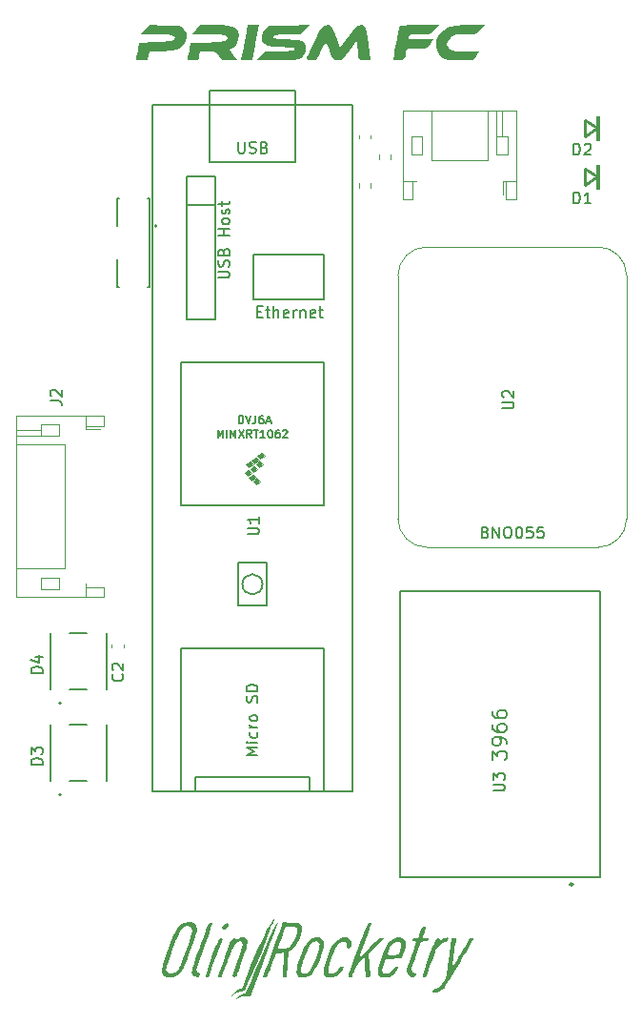
<source format=gbr>
%TF.GenerationSoftware,KiCad,Pcbnew,(6.0.7)*%
%TF.CreationDate,2023-04-01T23:58:30-04:00*%
%TF.ProjectId,board_one_teensy_22,626f6172-645f-46f6-9e65-5f7465656e73,rev?*%
%TF.SameCoordinates,Original*%
%TF.FileFunction,Legend,Top*%
%TF.FilePolarity,Positive*%
%FSLAX46Y46*%
G04 Gerber Fmt 4.6, Leading zero omitted, Abs format (unit mm)*
G04 Created by KiCad (PCBNEW (6.0.7)) date 2023-04-01 23:58:30*
%MOMM*%
%LPD*%
G01*
G04 APERTURE LIST*
%ADD10C,0.150000*%
%ADD11C,0.300000*%
%ADD12C,0.120000*%
%ADD13C,0.250000*%
%ADD14C,0.254000*%
%ADD15C,0.010000*%
%ADD16C,0.127000*%
%ADD17C,0.200000*%
%ADD18C,0.100000*%
G04 APERTURE END LIST*
D10*
%TO.C,U3*%
X153884380Y-119806404D02*
X154693904Y-119806404D01*
X154789142Y-119758785D01*
X154836761Y-119711166D01*
X154884380Y-119615928D01*
X154884380Y-119425452D01*
X154836761Y-119330214D01*
X154789142Y-119282595D01*
X154693904Y-119234976D01*
X153884380Y-119234976D01*
X153884380Y-118854023D02*
X153884380Y-118234976D01*
X154265333Y-118568309D01*
X154265333Y-118425452D01*
X154312952Y-118330214D01*
X154360571Y-118282595D01*
X154455809Y-118234976D01*
X154693904Y-118234976D01*
X154789142Y-118282595D01*
X154836761Y-118330214D01*
X154884380Y-118425452D01*
X154884380Y-118711166D01*
X154836761Y-118806404D01*
X154789142Y-118854023D01*
X153784523Y-117047619D02*
X153784523Y-116261428D01*
X154268333Y-116684761D01*
X154268333Y-116503333D01*
X154328809Y-116382380D01*
X154389285Y-116321904D01*
X154510238Y-116261428D01*
X154812619Y-116261428D01*
X154933571Y-116321904D01*
X154994047Y-116382380D01*
X155054523Y-116503333D01*
X155054523Y-116866190D01*
X154994047Y-116987142D01*
X154933571Y-117047619D01*
X155054523Y-115656666D02*
X155054523Y-115414761D01*
X154994047Y-115293809D01*
X154933571Y-115233333D01*
X154752142Y-115112380D01*
X154510238Y-115051904D01*
X154026428Y-115051904D01*
X153905476Y-115112380D01*
X153845000Y-115172857D01*
X153784523Y-115293809D01*
X153784523Y-115535714D01*
X153845000Y-115656666D01*
X153905476Y-115717142D01*
X154026428Y-115777619D01*
X154328809Y-115777619D01*
X154449761Y-115717142D01*
X154510238Y-115656666D01*
X154570714Y-115535714D01*
X154570714Y-115293809D01*
X154510238Y-115172857D01*
X154449761Y-115112380D01*
X154328809Y-115051904D01*
X153784523Y-113963333D02*
X153784523Y-114205238D01*
X153845000Y-114326190D01*
X153905476Y-114386666D01*
X154086904Y-114507619D01*
X154328809Y-114568095D01*
X154812619Y-114568095D01*
X154933571Y-114507619D01*
X154994047Y-114447142D01*
X155054523Y-114326190D01*
X155054523Y-114084285D01*
X154994047Y-113963333D01*
X154933571Y-113902857D01*
X154812619Y-113842380D01*
X154510238Y-113842380D01*
X154389285Y-113902857D01*
X154328809Y-113963333D01*
X154268333Y-114084285D01*
X154268333Y-114326190D01*
X154328809Y-114447142D01*
X154389285Y-114507619D01*
X154510238Y-114568095D01*
X153784523Y-112753809D02*
X153784523Y-112995714D01*
X153845000Y-113116666D01*
X153905476Y-113177142D01*
X154086904Y-113298095D01*
X154328809Y-113358571D01*
X154812619Y-113358571D01*
X154933571Y-113298095D01*
X154994047Y-113237619D01*
X155054523Y-113116666D01*
X155054523Y-112874761D01*
X154994047Y-112753809D01*
X154933571Y-112693333D01*
X154812619Y-112632857D01*
X154510238Y-112632857D01*
X154389285Y-112693333D01*
X154328809Y-112753809D01*
X154268333Y-112874761D01*
X154268333Y-113116666D01*
X154328809Y-113237619D01*
X154389285Y-113298095D01*
X154510238Y-113358571D01*
%TO.C,J2*%
X114514380Y-85169333D02*
X115228666Y-85169333D01*
X115371523Y-85216952D01*
X115466761Y-85312190D01*
X115514380Y-85455047D01*
X115514380Y-85550285D01*
X114609619Y-84740761D02*
X114562000Y-84693142D01*
X114514380Y-84597904D01*
X114514380Y-84359809D01*
X114562000Y-84264571D01*
X114609619Y-84216952D01*
X114704857Y-84169333D01*
X114800095Y-84169333D01*
X114942952Y-84216952D01*
X115514380Y-84788380D01*
X115514380Y-84169333D01*
D11*
%TO.C,*%
D10*
%TO.C,U2*%
X154697180Y-85851904D02*
X155506704Y-85851904D01*
X155601942Y-85804285D01*
X155649561Y-85756666D01*
X155697180Y-85661428D01*
X155697180Y-85470952D01*
X155649561Y-85375714D01*
X155601942Y-85328095D01*
X155506704Y-85280476D01*
X154697180Y-85280476D01*
X154792419Y-84851904D02*
X154744800Y-84804285D01*
X154697180Y-84709047D01*
X154697180Y-84470952D01*
X154744800Y-84375714D01*
X154792419Y-84328095D01*
X154887657Y-84280476D01*
X154982895Y-84280476D01*
X155125752Y-84328095D01*
X155697180Y-84899523D01*
X155697180Y-84280476D01*
X153175238Y-96833571D02*
X153318095Y-96881190D01*
X153365714Y-96928809D01*
X153413333Y-97024047D01*
X153413333Y-97166904D01*
X153365714Y-97262142D01*
X153318095Y-97309761D01*
X153222857Y-97357380D01*
X152841904Y-97357380D01*
X152841904Y-96357380D01*
X153175238Y-96357380D01*
X153270476Y-96405000D01*
X153318095Y-96452619D01*
X153365714Y-96547857D01*
X153365714Y-96643095D01*
X153318095Y-96738333D01*
X153270476Y-96785952D01*
X153175238Y-96833571D01*
X152841904Y-96833571D01*
X153841904Y-97357380D02*
X153841904Y-96357380D01*
X154413333Y-97357380D01*
X154413333Y-96357380D01*
X155080000Y-96357380D02*
X155270476Y-96357380D01*
X155365714Y-96405000D01*
X155460952Y-96500238D01*
X155508571Y-96690714D01*
X155508571Y-97024047D01*
X155460952Y-97214523D01*
X155365714Y-97309761D01*
X155270476Y-97357380D01*
X155080000Y-97357380D01*
X154984761Y-97309761D01*
X154889523Y-97214523D01*
X154841904Y-97024047D01*
X154841904Y-96690714D01*
X154889523Y-96500238D01*
X154984761Y-96405000D01*
X155080000Y-96357380D01*
X156127619Y-96357380D02*
X156222857Y-96357380D01*
X156318095Y-96405000D01*
X156365714Y-96452619D01*
X156413333Y-96547857D01*
X156460952Y-96738333D01*
X156460952Y-96976428D01*
X156413333Y-97166904D01*
X156365714Y-97262142D01*
X156318095Y-97309761D01*
X156222857Y-97357380D01*
X156127619Y-97357380D01*
X156032380Y-97309761D01*
X155984761Y-97262142D01*
X155937142Y-97166904D01*
X155889523Y-96976428D01*
X155889523Y-96738333D01*
X155937142Y-96547857D01*
X155984761Y-96452619D01*
X156032380Y-96405000D01*
X156127619Y-96357380D01*
X157365714Y-96357380D02*
X156889523Y-96357380D01*
X156841904Y-96833571D01*
X156889523Y-96785952D01*
X156984761Y-96738333D01*
X157222857Y-96738333D01*
X157318095Y-96785952D01*
X157365714Y-96833571D01*
X157413333Y-96928809D01*
X157413333Y-97166904D01*
X157365714Y-97262142D01*
X157318095Y-97309761D01*
X157222857Y-97357380D01*
X156984761Y-97357380D01*
X156889523Y-97309761D01*
X156841904Y-97262142D01*
X158318095Y-96357380D02*
X157841904Y-96357380D01*
X157794285Y-96833571D01*
X157841904Y-96785952D01*
X157937142Y-96738333D01*
X158175238Y-96738333D01*
X158270476Y-96785952D01*
X158318095Y-96833571D01*
X158365714Y-96928809D01*
X158365714Y-97166904D01*
X158318095Y-97262142D01*
X158270476Y-97309761D01*
X158175238Y-97357380D01*
X157937142Y-97357380D01*
X157841904Y-97309761D01*
X157794285Y-97262142D01*
%TO.C,D1*%
X161032904Y-67651380D02*
X161032904Y-66651380D01*
X161271000Y-66651380D01*
X161413857Y-66699000D01*
X161509095Y-66794238D01*
X161556714Y-66889476D01*
X161604333Y-67079952D01*
X161604333Y-67222809D01*
X161556714Y-67413285D01*
X161509095Y-67508523D01*
X161413857Y-67603761D01*
X161271000Y-67651380D01*
X161032904Y-67651380D01*
X162556714Y-67651380D02*
X161985285Y-67651380D01*
X162271000Y-67651380D02*
X162271000Y-66651380D01*
X162175761Y-66794238D01*
X162080523Y-66889476D01*
X161985285Y-66937095D01*
%TO.C,D4*%
X113809780Y-109334395D02*
X112809780Y-109334395D01*
X112809780Y-109096300D01*
X112857400Y-108953442D01*
X112952638Y-108858204D01*
X113047876Y-108810585D01*
X113238352Y-108762966D01*
X113381209Y-108762966D01*
X113571685Y-108810585D01*
X113666923Y-108858204D01*
X113762161Y-108953442D01*
X113809780Y-109096300D01*
X113809780Y-109334395D01*
X113143114Y-107905823D02*
X113809780Y-107905823D01*
X112762161Y-108143919D02*
X113476447Y-108382014D01*
X113476447Y-107762966D01*
%TO.C,C2*%
X120905542Y-109437466D02*
X120953161Y-109485085D01*
X121000780Y-109627942D01*
X121000780Y-109723180D01*
X120953161Y-109866038D01*
X120857923Y-109961276D01*
X120762685Y-110008895D01*
X120572209Y-110056514D01*
X120429352Y-110056514D01*
X120238876Y-110008895D01*
X120143638Y-109961276D01*
X120048400Y-109866038D01*
X120000780Y-109723180D01*
X120000780Y-109627942D01*
X120048400Y-109485085D01*
X120096019Y-109437466D01*
X120096019Y-109056514D02*
X120048400Y-109008895D01*
X120000780Y-108913657D01*
X120000780Y-108675561D01*
X120048400Y-108580323D01*
X120096019Y-108532704D01*
X120191257Y-108485085D01*
X120286495Y-108485085D01*
X120429352Y-108532704D01*
X121000780Y-109104133D01*
X121000780Y-108485085D01*
%TO.C,D3*%
X113809780Y-117462395D02*
X112809780Y-117462395D01*
X112809780Y-117224300D01*
X112857400Y-117081442D01*
X112952638Y-116986204D01*
X113047876Y-116938585D01*
X113238352Y-116890966D01*
X113381209Y-116890966D01*
X113571685Y-116938585D01*
X113666923Y-116986204D01*
X113762161Y-117081442D01*
X113809780Y-117224300D01*
X113809780Y-117462395D01*
X112809780Y-116557633D02*
X112809780Y-115938585D01*
X113190733Y-116271919D01*
X113190733Y-116129061D01*
X113238352Y-116033823D01*
X113285971Y-115986204D01*
X113381209Y-115938585D01*
X113619304Y-115938585D01*
X113714542Y-115986204D01*
X113762161Y-116033823D01*
X113809780Y-116129061D01*
X113809780Y-116414776D01*
X113762161Y-116510014D01*
X113714542Y-116557633D01*
%TO.C,D2*%
X161032904Y-63333380D02*
X161032904Y-62333380D01*
X161271000Y-62333380D01*
X161413857Y-62381000D01*
X161509095Y-62476238D01*
X161556714Y-62571476D01*
X161604333Y-62761952D01*
X161604333Y-62904809D01*
X161556714Y-63095285D01*
X161509095Y-63190523D01*
X161413857Y-63285761D01*
X161271000Y-63333380D01*
X161032904Y-63333380D01*
X161985285Y-62428619D02*
X162032904Y-62381000D01*
X162128142Y-62333380D01*
X162366238Y-62333380D01*
X162461476Y-62381000D01*
X162509095Y-62428619D01*
X162556714Y-62523857D01*
X162556714Y-62619095D01*
X162509095Y-62761952D01*
X161937666Y-63333380D01*
X162556714Y-63333380D01*
D11*
%TO.C,*%
D10*
%TO.C,U1*%
X132040380Y-97027904D02*
X132849904Y-97027904D01*
X132945142Y-96980285D01*
X132992761Y-96932666D01*
X133040380Y-96837428D01*
X133040380Y-96646952D01*
X132992761Y-96551714D01*
X132945142Y-96504095D01*
X132849904Y-96456476D01*
X132040380Y-96456476D01*
X133040380Y-95456476D02*
X133040380Y-96027904D01*
X133040380Y-95742190D02*
X132040380Y-95742190D01*
X132183238Y-95837428D01*
X132278476Y-95932666D01*
X132326095Y-96027904D01*
X129438180Y-74243723D02*
X130247704Y-74243723D01*
X130342942Y-74196104D01*
X130390561Y-74148485D01*
X130438180Y-74053247D01*
X130438180Y-73862771D01*
X130390561Y-73767533D01*
X130342942Y-73719914D01*
X130247704Y-73672295D01*
X129438180Y-73672295D01*
X130390561Y-73243723D02*
X130438180Y-73100866D01*
X130438180Y-72862771D01*
X130390561Y-72767533D01*
X130342942Y-72719914D01*
X130247704Y-72672295D01*
X130152466Y-72672295D01*
X130057228Y-72719914D01*
X130009609Y-72767533D01*
X129961990Y-72862771D01*
X129914371Y-73053247D01*
X129866752Y-73148485D01*
X129819133Y-73196104D01*
X129723895Y-73243723D01*
X129628657Y-73243723D01*
X129533419Y-73196104D01*
X129485800Y-73148485D01*
X129438180Y-73053247D01*
X129438180Y-72815152D01*
X129485800Y-72672295D01*
X129914371Y-71910390D02*
X129961990Y-71767533D01*
X130009609Y-71719914D01*
X130104847Y-71672295D01*
X130247704Y-71672295D01*
X130342942Y-71719914D01*
X130390561Y-71767533D01*
X130438180Y-71862771D01*
X130438180Y-72243723D01*
X129438180Y-72243723D01*
X129438180Y-71910390D01*
X129485800Y-71815152D01*
X129533419Y-71767533D01*
X129628657Y-71719914D01*
X129723895Y-71719914D01*
X129819133Y-71767533D01*
X129866752Y-71815152D01*
X129914371Y-71910390D01*
X129914371Y-72243723D01*
X130438180Y-70481819D02*
X129438180Y-70481819D01*
X129914371Y-70481819D02*
X129914371Y-69910390D01*
X130438180Y-69910390D02*
X129438180Y-69910390D01*
X130438180Y-69291342D02*
X130390561Y-69386580D01*
X130342942Y-69434200D01*
X130247704Y-69481819D01*
X129961990Y-69481819D01*
X129866752Y-69434200D01*
X129819133Y-69386580D01*
X129771514Y-69291342D01*
X129771514Y-69148485D01*
X129819133Y-69053247D01*
X129866752Y-69005628D01*
X129961990Y-68958009D01*
X130247704Y-68958009D01*
X130342942Y-69005628D01*
X130390561Y-69053247D01*
X130438180Y-69148485D01*
X130438180Y-69291342D01*
X130390561Y-68577057D02*
X130438180Y-68481819D01*
X130438180Y-68291342D01*
X130390561Y-68196104D01*
X130295323Y-68148485D01*
X130247704Y-68148485D01*
X130152466Y-68196104D01*
X130104847Y-68291342D01*
X130104847Y-68434200D01*
X130057228Y-68529438D01*
X129961990Y-68577057D01*
X129914371Y-68577057D01*
X129819133Y-68529438D01*
X129771514Y-68434200D01*
X129771514Y-68291342D01*
X129819133Y-68196104D01*
X129771514Y-67862771D02*
X129771514Y-67481819D01*
X129438180Y-67719914D02*
X130295323Y-67719914D01*
X130390561Y-67672295D01*
X130438180Y-67577057D01*
X130438180Y-67481819D01*
X129391666Y-88446666D02*
X129391666Y-87746666D01*
X129625000Y-88246666D01*
X129858333Y-87746666D01*
X129858333Y-88446666D01*
X130191666Y-88446666D02*
X130191666Y-87746666D01*
X130525000Y-88446666D02*
X130525000Y-87746666D01*
X130758333Y-88246666D01*
X130991666Y-87746666D01*
X130991666Y-88446666D01*
X131258333Y-87746666D02*
X131725000Y-88446666D01*
X131725000Y-87746666D02*
X131258333Y-88446666D01*
X132391666Y-88446666D02*
X132158333Y-88113333D01*
X131991666Y-88446666D02*
X131991666Y-87746666D01*
X132258333Y-87746666D01*
X132325000Y-87780000D01*
X132358333Y-87813333D01*
X132391666Y-87880000D01*
X132391666Y-87980000D01*
X132358333Y-88046666D01*
X132325000Y-88080000D01*
X132258333Y-88113333D01*
X131991666Y-88113333D01*
X132591666Y-87746666D02*
X132991666Y-87746666D01*
X132791666Y-88446666D02*
X132791666Y-87746666D01*
X133591666Y-88446666D02*
X133191666Y-88446666D01*
X133391666Y-88446666D02*
X133391666Y-87746666D01*
X133325000Y-87846666D01*
X133258333Y-87913333D01*
X133191666Y-87946666D01*
X134025000Y-87746666D02*
X134091666Y-87746666D01*
X134158333Y-87780000D01*
X134191666Y-87813333D01*
X134225000Y-87880000D01*
X134258333Y-88013333D01*
X134258333Y-88180000D01*
X134225000Y-88313333D01*
X134191666Y-88380000D01*
X134158333Y-88413333D01*
X134091666Y-88446666D01*
X134025000Y-88446666D01*
X133958333Y-88413333D01*
X133925000Y-88380000D01*
X133891666Y-88313333D01*
X133858333Y-88180000D01*
X133858333Y-88013333D01*
X133891666Y-87880000D01*
X133925000Y-87813333D01*
X133958333Y-87780000D01*
X134025000Y-87746666D01*
X134858333Y-87746666D02*
X134725000Y-87746666D01*
X134658333Y-87780000D01*
X134625000Y-87813333D01*
X134558333Y-87913333D01*
X134525000Y-88046666D01*
X134525000Y-88313333D01*
X134558333Y-88380000D01*
X134591666Y-88413333D01*
X134658333Y-88446666D01*
X134791666Y-88446666D01*
X134858333Y-88413333D01*
X134891666Y-88380000D01*
X134925000Y-88313333D01*
X134925000Y-88146666D01*
X134891666Y-88080000D01*
X134858333Y-88046666D01*
X134791666Y-88013333D01*
X134658333Y-88013333D01*
X134591666Y-88046666D01*
X134558333Y-88080000D01*
X134525000Y-88146666D01*
X135191666Y-87813333D02*
X135225000Y-87780000D01*
X135291666Y-87746666D01*
X135458333Y-87746666D01*
X135525000Y-87780000D01*
X135558333Y-87813333D01*
X135591666Y-87880000D01*
X135591666Y-87946666D01*
X135558333Y-88046666D01*
X135158333Y-88446666D01*
X135591666Y-88446666D01*
X132927380Y-116649047D02*
X131927380Y-116649047D01*
X132641666Y-116315714D01*
X131927380Y-115982380D01*
X132927380Y-115982380D01*
X132927380Y-115506190D02*
X132260714Y-115506190D01*
X131927380Y-115506190D02*
X131975000Y-115553809D01*
X132022619Y-115506190D01*
X131975000Y-115458571D01*
X131927380Y-115506190D01*
X132022619Y-115506190D01*
X132879761Y-114601428D02*
X132927380Y-114696666D01*
X132927380Y-114887142D01*
X132879761Y-114982380D01*
X132832142Y-115030000D01*
X132736904Y-115077619D01*
X132451190Y-115077619D01*
X132355952Y-115030000D01*
X132308333Y-114982380D01*
X132260714Y-114887142D01*
X132260714Y-114696666D01*
X132308333Y-114601428D01*
X132927380Y-114172857D02*
X132260714Y-114172857D01*
X132451190Y-114172857D02*
X132355952Y-114125238D01*
X132308333Y-114077619D01*
X132260714Y-113982380D01*
X132260714Y-113887142D01*
X132927380Y-113410952D02*
X132879761Y-113506190D01*
X132832142Y-113553809D01*
X132736904Y-113601428D01*
X132451190Y-113601428D01*
X132355952Y-113553809D01*
X132308333Y-113506190D01*
X132260714Y-113410952D01*
X132260714Y-113268095D01*
X132308333Y-113172857D01*
X132355952Y-113125238D01*
X132451190Y-113077619D01*
X132736904Y-113077619D01*
X132832142Y-113125238D01*
X132879761Y-113172857D01*
X132927380Y-113268095D01*
X132927380Y-113410952D01*
X132879761Y-111934761D02*
X132927380Y-111791904D01*
X132927380Y-111553809D01*
X132879761Y-111458571D01*
X132832142Y-111410952D01*
X132736904Y-111363333D01*
X132641666Y-111363333D01*
X132546428Y-111410952D01*
X132498809Y-111458571D01*
X132451190Y-111553809D01*
X132403571Y-111744285D01*
X132355952Y-111839523D01*
X132308333Y-111887142D01*
X132213095Y-111934761D01*
X132117857Y-111934761D01*
X132022619Y-111887142D01*
X131975000Y-111839523D01*
X131927380Y-111744285D01*
X131927380Y-111506190D01*
X131975000Y-111363333D01*
X132927380Y-110934761D02*
X131927380Y-110934761D01*
X131927380Y-110696666D01*
X131975000Y-110553809D01*
X132070238Y-110458571D01*
X132165476Y-110410952D01*
X132355952Y-110363333D01*
X132498809Y-110363333D01*
X132689285Y-110410952D01*
X132784523Y-110458571D01*
X132879761Y-110553809D01*
X132927380Y-110696666D01*
X132927380Y-110934761D01*
X131213095Y-62182380D02*
X131213095Y-62991904D01*
X131260714Y-63087142D01*
X131308333Y-63134761D01*
X131403571Y-63182380D01*
X131594047Y-63182380D01*
X131689285Y-63134761D01*
X131736904Y-63087142D01*
X131784523Y-62991904D01*
X131784523Y-62182380D01*
X132213095Y-63134761D02*
X132355952Y-63182380D01*
X132594047Y-63182380D01*
X132689285Y-63134761D01*
X132736904Y-63087142D01*
X132784523Y-62991904D01*
X132784523Y-62896666D01*
X132736904Y-62801428D01*
X132689285Y-62753809D01*
X132594047Y-62706190D01*
X132403571Y-62658571D01*
X132308333Y-62610952D01*
X132260714Y-62563333D01*
X132213095Y-62468095D01*
X132213095Y-62372857D01*
X132260714Y-62277619D01*
X132308333Y-62230000D01*
X132403571Y-62182380D01*
X132641666Y-62182380D01*
X132784523Y-62230000D01*
X133546428Y-62658571D02*
X133689285Y-62706190D01*
X133736904Y-62753809D01*
X133784523Y-62849047D01*
X133784523Y-62991904D01*
X133736904Y-63087142D01*
X133689285Y-63134761D01*
X133594047Y-63182380D01*
X133213095Y-63182380D01*
X133213095Y-62182380D01*
X133546428Y-62182380D01*
X133641666Y-62230000D01*
X133689285Y-62277619D01*
X133736904Y-62372857D01*
X133736904Y-62468095D01*
X133689285Y-62563333D01*
X133641666Y-62610952D01*
X133546428Y-62658571D01*
X133213095Y-62658571D01*
X132894457Y-77263571D02*
X133227790Y-77263571D01*
X133370647Y-77787380D02*
X132894457Y-77787380D01*
X132894457Y-76787380D01*
X133370647Y-76787380D01*
X133656361Y-77120714D02*
X134037314Y-77120714D01*
X133799219Y-76787380D02*
X133799219Y-77644523D01*
X133846838Y-77739761D01*
X133942076Y-77787380D01*
X134037314Y-77787380D01*
X134370647Y-77787380D02*
X134370647Y-76787380D01*
X134799219Y-77787380D02*
X134799219Y-77263571D01*
X134751600Y-77168333D01*
X134656361Y-77120714D01*
X134513504Y-77120714D01*
X134418266Y-77168333D01*
X134370647Y-77215952D01*
X135656361Y-77739761D02*
X135561123Y-77787380D01*
X135370647Y-77787380D01*
X135275409Y-77739761D01*
X135227790Y-77644523D01*
X135227790Y-77263571D01*
X135275409Y-77168333D01*
X135370647Y-77120714D01*
X135561123Y-77120714D01*
X135656361Y-77168333D01*
X135703980Y-77263571D01*
X135703980Y-77358809D01*
X135227790Y-77454047D01*
X136132552Y-77787380D02*
X136132552Y-77120714D01*
X136132552Y-77311190D02*
X136180171Y-77215952D01*
X136227790Y-77168333D01*
X136323028Y-77120714D01*
X136418266Y-77120714D01*
X136751600Y-77120714D02*
X136751600Y-77787380D01*
X136751600Y-77215952D02*
X136799219Y-77168333D01*
X136894457Y-77120714D01*
X137037314Y-77120714D01*
X137132552Y-77168333D01*
X137180171Y-77263571D01*
X137180171Y-77787380D01*
X138037314Y-77739761D02*
X137942076Y-77787380D01*
X137751600Y-77787380D01*
X137656361Y-77739761D01*
X137608742Y-77644523D01*
X137608742Y-77263571D01*
X137656361Y-77168333D01*
X137751600Y-77120714D01*
X137942076Y-77120714D01*
X138037314Y-77168333D01*
X138084933Y-77263571D01*
X138084933Y-77358809D01*
X137608742Y-77454047D01*
X138370647Y-77120714D02*
X138751600Y-77120714D01*
X138513504Y-76787380D02*
X138513504Y-77644523D01*
X138561123Y-77739761D01*
X138656361Y-77787380D01*
X138751600Y-77787380D01*
X131271666Y-87176666D02*
X131271666Y-86476666D01*
X131438333Y-86476666D01*
X131538333Y-86510000D01*
X131605000Y-86576666D01*
X131638333Y-86643333D01*
X131671666Y-86776666D01*
X131671666Y-86876666D01*
X131638333Y-87010000D01*
X131605000Y-87076666D01*
X131538333Y-87143333D01*
X131438333Y-87176666D01*
X131271666Y-87176666D01*
X131871666Y-86476666D02*
X132105000Y-87176666D01*
X132338333Y-86476666D01*
X132771666Y-86476666D02*
X132771666Y-86976666D01*
X132738333Y-87076666D01*
X132671666Y-87143333D01*
X132571666Y-87176666D01*
X132505000Y-87176666D01*
X133405000Y-86476666D02*
X133271666Y-86476666D01*
X133205000Y-86510000D01*
X133171666Y-86543333D01*
X133105000Y-86643333D01*
X133071666Y-86776666D01*
X133071666Y-87043333D01*
X133105000Y-87110000D01*
X133138333Y-87143333D01*
X133205000Y-87176666D01*
X133338333Y-87176666D01*
X133405000Y-87143333D01*
X133438333Y-87110000D01*
X133471666Y-87043333D01*
X133471666Y-86876666D01*
X133438333Y-86810000D01*
X133405000Y-86776666D01*
X133338333Y-86743333D01*
X133205000Y-86743333D01*
X133138333Y-86776666D01*
X133105000Y-86810000D01*
X133071666Y-86876666D01*
X133738333Y-86976666D02*
X134071666Y-86976666D01*
X133671666Y-87176666D02*
X133905000Y-86476666D01*
X134138333Y-87176666D01*
D12*
%TO.C,R5*%
X143016500Y-66277258D02*
X143016500Y-65802742D01*
X141971500Y-66277258D02*
X141971500Y-65802742D01*
D10*
%TO.C,U3*%
X163370000Y-127510000D02*
X145590000Y-127510000D01*
X163370000Y-127510000D02*
X163370000Y-102110000D01*
X145590000Y-127510000D02*
X145590000Y-102110000D01*
X163370000Y-102110000D02*
X145590000Y-102110000D01*
D13*
X160955000Y-128110000D02*
G75*
G03*
X160955000Y-128110000I-125000J0D01*
G01*
D12*
%TO.C,J2*%
X119280000Y-101700000D02*
X117680000Y-101700000D01*
X113720000Y-87260000D02*
X113720000Y-88260000D01*
X113720000Y-101860000D02*
X113720000Y-100860000D01*
X117680000Y-101700000D02*
X117680000Y-101420000D01*
X119280000Y-86500000D02*
X111460000Y-86500000D01*
X113720000Y-88260000D02*
X115320000Y-88260000D01*
X113720000Y-88260000D02*
X111460000Y-88260000D01*
X119280000Y-102620000D02*
X119280000Y-101700000D01*
X111460000Y-89060000D02*
X115820000Y-89060000D01*
X115820000Y-89060000D02*
X115820000Y-100060000D01*
X119280000Y-87420000D02*
X119280000Y-86500000D01*
X113720000Y-87760000D02*
X111460000Y-87760000D01*
X117680000Y-87420000D02*
X119280000Y-87420000D01*
X115820000Y-100060000D02*
X111460000Y-100060000D01*
X115320000Y-100860000D02*
X115320000Y-101860000D01*
X115320000Y-87260000D02*
X113720000Y-87260000D01*
X113720000Y-100860000D02*
X115320000Y-100860000D01*
X115320000Y-101860000D02*
X113720000Y-101860000D01*
X117680000Y-87700000D02*
X118895000Y-87700000D01*
X115320000Y-88260000D02*
X115320000Y-87260000D01*
X117680000Y-86500000D02*
X117680000Y-87420000D01*
X117680000Y-102620000D02*
X117680000Y-101700000D01*
X111460000Y-86500000D02*
X111460000Y-102620000D01*
X111460000Y-102620000D02*
X119280000Y-102620000D01*
X117680000Y-87700000D02*
X117680000Y-87420000D01*
%TO.C,*%
G36*
X124729851Y-51823421D02*
G01*
X125316670Y-51841288D01*
X125718108Y-51864389D01*
X125981744Y-51903484D01*
X126155160Y-51969332D01*
X126285935Y-52072694D01*
X126402110Y-52201575D01*
X126603335Y-52501145D01*
X126646738Y-52802177D01*
X126629763Y-52944237D01*
X126484987Y-53407080D01*
X126207624Y-53745523D01*
X125775593Y-53971389D01*
X125166817Y-54096501D01*
X124410149Y-54132804D01*
X123302762Y-54132804D01*
X123226258Y-54540602D01*
X123163385Y-54793703D01*
X123052056Y-54911943D01*
X122818214Y-54946504D01*
X122636190Y-54948401D01*
X122320935Y-54937726D01*
X122184007Y-54884550D01*
X122170956Y-54757146D01*
X122186280Y-54686245D01*
X122245108Y-54407658D01*
X122315221Y-54028096D01*
X122337098Y-53899777D01*
X122424262Y-53375465D01*
X123923653Y-53317208D01*
X124556495Y-53288316D01*
X124995580Y-53255094D01*
X125280166Y-53211141D01*
X125449514Y-53150056D01*
X125542885Y-53065438D01*
X125551890Y-53051735D01*
X125611176Y-52889336D01*
X125541606Y-52771386D01*
X125320243Y-52691743D01*
X124924154Y-52644267D01*
X124330403Y-52622814D01*
X123939301Y-52619910D01*
X122547408Y-52618125D01*
X123350460Y-51786055D01*
X124729851Y-51823421D01*
G37*
G36*
X136769350Y-52610632D02*
G01*
X135536051Y-52643507D01*
X134972069Y-52664295D01*
X134604362Y-52694830D01*
X134396205Y-52741295D01*
X134310874Y-52809873D01*
X134302753Y-52851153D01*
X134344191Y-52930819D01*
X134491995Y-52989000D01*
X134781397Y-53031914D01*
X135247633Y-53065778D01*
X135623317Y-53084180D01*
X136211835Y-53115168D01*
X136611552Y-53152219D01*
X136866679Y-53203798D01*
X137021431Y-53278372D01*
X137108867Y-53368606D01*
X137259581Y-53721853D01*
X137207691Y-54121398D01*
X137107821Y-54348934D01*
X136970497Y-54561459D01*
X136787011Y-54717984D01*
X136522730Y-54826676D01*
X136143020Y-54895702D01*
X135613247Y-54933229D01*
X134898779Y-54947425D01*
X134565699Y-54948401D01*
X132800619Y-54948401D01*
X133195872Y-54540602D01*
X133591126Y-54132804D01*
X134843045Y-54132804D01*
X135431449Y-54121367D01*
X135869294Y-54089103D01*
X136123710Y-54039088D01*
X136171764Y-54008539D01*
X136212792Y-53907660D01*
X136164764Y-53839252D01*
X135993086Y-53795327D01*
X135663166Y-53767900D01*
X135140411Y-53748985D01*
X135035340Y-53746183D01*
X134342249Y-53705639D01*
X133851489Y-53616683D01*
X133534983Y-53465741D01*
X133364653Y-53239239D01*
X133312422Y-52923603D01*
X133312386Y-52913221D01*
X133422047Y-52449924D01*
X133593307Y-52187696D01*
X133874227Y-51860786D01*
X135719683Y-51823735D01*
X137565138Y-51786684D01*
X136769350Y-52610632D01*
G37*
G36*
X129786667Y-51813248D02*
G01*
X130300977Y-51852295D01*
X130665262Y-51930017D01*
X130920676Y-52056756D01*
X131108372Y-52242855D01*
X131167648Y-52326921D01*
X131285974Y-52701260D01*
X131231004Y-53123296D01*
X131025628Y-53514969D01*
X130744875Y-53768789D01*
X130403818Y-53976198D01*
X130761301Y-54462299D01*
X131118784Y-54948401D01*
X130427969Y-54948401D01*
X130038047Y-54940662D01*
X129807297Y-54895405D01*
X129661903Y-54779566D01*
X129528052Y-54560083D01*
X129517541Y-54540602D01*
X129385560Y-54317352D01*
X129248332Y-54195382D01*
X129034955Y-54144102D01*
X128674524Y-54132921D01*
X128572363Y-54132804D01*
X127846799Y-54132804D01*
X127770295Y-54540602D01*
X127707421Y-54793703D01*
X127596093Y-54911943D01*
X127362250Y-54946504D01*
X127180227Y-54948401D01*
X126864972Y-54937726D01*
X126728044Y-54884550D01*
X126714993Y-54757146D01*
X126730316Y-54686245D01*
X126789166Y-54407664D01*
X126859334Y-54028109D01*
X126881237Y-53899777D01*
X126968504Y-53375465D01*
X128480124Y-53344146D01*
X129124184Y-53325968D01*
X129573673Y-53299226D01*
X129867021Y-53258732D01*
X130042662Y-53199297D01*
X130135412Y-53120678D01*
X130233161Y-52934385D01*
X130193561Y-52797992D01*
X129996111Y-52704898D01*
X129620309Y-52648504D01*
X129045651Y-52622208D01*
X128574345Y-52618125D01*
X127127222Y-52618125D01*
X127452602Y-52210331D01*
X127777982Y-51802536D01*
X129081177Y-51802533D01*
X129786667Y-51813248D01*
G37*
G36*
X152770184Y-52210327D02*
G01*
X152567801Y-52409361D01*
X152391132Y-52530087D01*
X152174347Y-52592076D01*
X151851616Y-52614898D01*
X151398457Y-52618125D01*
X150912860Y-52623403D01*
X150595884Y-52650328D01*
X150383178Y-52715543D01*
X150210389Y-52835687D01*
X150081405Y-52958704D01*
X149818315Y-53283942D01*
X149760292Y-53556217D01*
X149901955Y-53822628D01*
X149973854Y-53899777D01*
X150107282Y-54005897D01*
X150285480Y-54074326D01*
X150558138Y-54112981D01*
X150974945Y-54129780D01*
X151436206Y-54132804D01*
X152665530Y-54132804D01*
X152354487Y-54540602D01*
X152043444Y-54948401D01*
X150921264Y-54947965D01*
X150347013Y-54938023D01*
X149945914Y-54902723D01*
X149658667Y-54833059D01*
X149427850Y-54721172D01*
X149072762Y-54441222D01*
X148879055Y-54100093D01*
X148810572Y-53626687D01*
X148808716Y-53503693D01*
X148845179Y-53112515D01*
X148986882Y-52798660D01*
X149185566Y-52546567D01*
X149469186Y-52258479D01*
X149763767Y-52054269D01*
X150116182Y-51920290D01*
X150573304Y-51842891D01*
X151182006Y-51808425D01*
X151740674Y-51802529D01*
X153165438Y-51802529D01*
X152770184Y-52210327D01*
G37*
G36*
X142455654Y-51911820D02*
G01*
X142488939Y-51948171D01*
X142546819Y-52115337D01*
X142618631Y-52463932D01*
X142695358Y-52943491D01*
X142767983Y-53503548D01*
X142770009Y-53521107D01*
X142934066Y-54948401D01*
X142441375Y-54948401D01*
X142131987Y-54937441D01*
X141979896Y-54861595D01*
X141912516Y-54656407D01*
X141883710Y-54453217D01*
X141833351Y-54023567D01*
X141793635Y-53608146D01*
X141789186Y-53550235D01*
X141759634Y-53142437D01*
X141088847Y-54045419D01*
X140758185Y-54476530D01*
X140517346Y-54747290D01*
X140328101Y-54892039D01*
X140152222Y-54945119D01*
X140083618Y-54948401D01*
X139840248Y-54921459D01*
X139663122Y-54811375D01*
X139516000Y-54574261D01*
X139362642Y-54166231D01*
X139313940Y-54016291D01*
X139190492Y-53653919D01*
X139084946Y-53386342D01*
X139034833Y-53292371D01*
X138957072Y-53351316D01*
X138814931Y-53580703D01*
X138634625Y-53936278D01*
X138568933Y-54078839D01*
X138372522Y-54506390D01*
X138229603Y-54764171D01*
X138098526Y-54895132D01*
X137937644Y-54942225D01*
X137725742Y-54948401D01*
X137439129Y-54925214D01*
X137283295Y-54867495D01*
X137273854Y-54846862D01*
X137323566Y-54689137D01*
X137456480Y-54374954D01*
X137648258Y-53954585D01*
X137874567Y-53478301D01*
X138111069Y-52996376D01*
X138333430Y-52559082D01*
X138517314Y-52216691D01*
X138638386Y-52019476D01*
X138648838Y-52006428D01*
X138913765Y-51838088D01*
X139222668Y-51819264D01*
X139470139Y-51956247D01*
X139471064Y-51957356D01*
X139573785Y-52138525D01*
X139723670Y-52470229D01*
X139889717Y-52883472D01*
X139902999Y-52918594D01*
X140054562Y-53313513D01*
X140174870Y-53612465D01*
X140240764Y-53758152D01*
X140244321Y-53763049D01*
X140325860Y-53695615D01*
X140505954Y-53482491D01*
X140747760Y-53167645D01*
X140781302Y-53122223D01*
X141078376Y-52728782D01*
X141366366Y-52364857D01*
X141570945Y-52122942D01*
X141883652Y-51881868D01*
X142199195Y-51807564D01*
X142455654Y-51911820D01*
G37*
G36*
X148692203Y-52210327D02*
G01*
X148488837Y-52410142D01*
X148311222Y-52530967D01*
X148092983Y-52592664D01*
X147767748Y-52615095D01*
X147329438Y-52618125D01*
X146854556Y-52622658D01*
X146566573Y-52643652D01*
X146419423Y-52692203D01*
X146367040Y-52779406D01*
X146361927Y-52851153D01*
X146378564Y-52959223D01*
X146457219Y-53027532D01*
X146641008Y-53065109D01*
X146973046Y-53080981D01*
X147474738Y-53084180D01*
X148587548Y-53084180D01*
X148276505Y-53491979D01*
X148112478Y-53695556D01*
X147961715Y-53816776D01*
X147759857Y-53876988D01*
X147442547Y-53897541D01*
X147047181Y-53899777D01*
X146588448Y-53903816D01*
X146314908Y-53925018D01*
X146178752Y-53977008D01*
X146132173Y-54073409D01*
X146127309Y-54161933D01*
X146094227Y-54585937D01*
X145976571Y-54827433D01*
X145737065Y-54932091D01*
X145485393Y-54948401D01*
X145171041Y-54932457D01*
X145036284Y-54869153D01*
X145026991Y-54744502D01*
X145063459Y-54544665D01*
X145126991Y-54177436D01*
X145206843Y-53705359D01*
X145252160Y-53433722D01*
X145338440Y-52922509D01*
X145416633Y-52474308D01*
X145475013Y-52155681D01*
X145493343Y-52064685D01*
X145523035Y-51964512D01*
X145584807Y-51893782D01*
X145714328Y-51847374D01*
X145947268Y-51820167D01*
X146319298Y-51807037D01*
X146866087Y-51802865D01*
X147319113Y-51802529D01*
X149087456Y-51802529D01*
X148692203Y-52210327D01*
G37*
G36*
X132834161Y-52996795D02*
G01*
X132736473Y-53541943D01*
X132647305Y-54040574D01*
X132579150Y-54422770D01*
X132553079Y-54569731D01*
X132493690Y-54806206D01*
X132378177Y-54915809D01*
X132133127Y-54947013D01*
X131979583Y-54948401D01*
X131472936Y-54948401D01*
X131564528Y-54511474D01*
X131625044Y-54203231D01*
X131710599Y-53742696D01*
X131806939Y-53207266D01*
X131854197Y-52938538D01*
X132052274Y-51802529D01*
X133048395Y-51802529D01*
X132834161Y-52996795D01*
G37*
%TO.C,C1*%
X143004000Y-61581420D02*
X143004000Y-61862580D01*
X141984000Y-61581420D02*
X141984000Y-61862580D01*
%TO.C,U2*%
X145420000Y-74045000D02*
X145420000Y-95635000D01*
X147960000Y-71505000D02*
X163200000Y-71505000D01*
X165740000Y-95635000D02*
X165740000Y-74045000D01*
X147960000Y-98175000D02*
X163200000Y-98175000D01*
X163200000Y-98175000D02*
G75*
G03*
X165740000Y-95635000I-1J2540001D01*
G01*
X165740000Y-74045000D02*
G75*
G03*
X163200000Y-71505000I-2540000J0D01*
G01*
X147960000Y-71505000D02*
G75*
G03*
X145420000Y-74045000I0J-2540000D01*
G01*
X145420000Y-95635000D02*
G75*
G03*
X147960000Y-98175000I2540001J1D01*
G01*
D14*
%TO.C,D1*%
X162056000Y-66028000D02*
X162056000Y-64578000D01*
X162056000Y-64578000D02*
X163106000Y-65278000D01*
X163106000Y-65278000D02*
X162056000Y-66028000D01*
G36*
X163306000Y-66328000D02*
G01*
X163006000Y-66328000D01*
X163006000Y-64228000D01*
X163306000Y-64228000D01*
X163306000Y-66328000D01*
G37*
D15*
X163306000Y-66328000D02*
X163006000Y-66328000D01*
X163006000Y-64228000D01*
X163306000Y-64228000D01*
X163306000Y-66328000D01*
D12*
%TO.C,R4*%
X144794500Y-63262742D02*
X144794500Y-63737258D01*
X143749500Y-63262742D02*
X143749500Y-63737258D01*
D16*
%TO.C,D4*%
X114492400Y-105771300D02*
X114492400Y-110771300D01*
X117778900Y-105771300D02*
X116205900Y-105771300D01*
X119492400Y-110771300D02*
X119492400Y-105771300D01*
X117778900Y-110771300D02*
X116205900Y-110771300D01*
D17*
X115492400Y-112021300D02*
G75*
G03*
X115492400Y-112021300I-100000J0D01*
G01*
D12*
%TO.C,C2*%
X119987600Y-107061580D02*
X119987600Y-106780420D01*
X121007600Y-107061580D02*
X121007600Y-106780420D01*
D16*
%TO.C,D3*%
X114492400Y-113899300D02*
X114492400Y-118899300D01*
X119492400Y-118899300D02*
X119492400Y-113899300D01*
X117778900Y-113899300D02*
X116205900Y-113899300D01*
X117778900Y-118899300D02*
X116205900Y-118899300D01*
D17*
X115492400Y-120149300D02*
G75*
G03*
X115492400Y-120149300I-100000J0D01*
G01*
%TO.C,J3*%
X120422500Y-72630000D02*
X120422500Y-75100000D01*
X120422500Y-67160000D02*
X120612500Y-67160000D01*
X123322500Y-67160000D02*
X123322500Y-75100000D01*
X123132500Y-67160000D02*
X123322500Y-67160000D01*
X120422500Y-67160000D02*
X120422500Y-69630000D01*
X120422500Y-75100000D02*
X120612500Y-75100000D01*
X123132500Y-75100000D02*
X123322500Y-75100000D01*
X123972500Y-69630000D02*
G75*
G03*
X123972500Y-69630000I-100000J0D01*
G01*
D14*
%TO.C,D2*%
X162056000Y-61710000D02*
X162056000Y-60260000D01*
X163106000Y-60960000D02*
X162056000Y-61710000D01*
X162056000Y-60260000D02*
X163106000Y-60960000D01*
G36*
X163306000Y-62010000D02*
G01*
X163006000Y-62010000D01*
X163006000Y-59910000D01*
X163306000Y-59910000D01*
X163306000Y-62010000D01*
G37*
D15*
X163306000Y-62010000D02*
X163006000Y-62010000D01*
X163006000Y-59910000D01*
X163306000Y-59910000D01*
X163306000Y-62010000D01*
%TO.C,*%
G36*
X131897886Y-132918525D02*
G01*
X131982297Y-133000446D01*
X132030714Y-133113897D01*
X132040573Y-133273802D01*
X132009310Y-133495085D01*
X131934360Y-133792671D01*
X131813161Y-134181484D01*
X131643148Y-134676449D01*
X131551867Y-134932685D01*
X131386302Y-135392427D01*
X131258984Y-135738337D01*
X131161818Y-135986611D01*
X131086707Y-136153449D01*
X131025555Y-136255048D01*
X130970266Y-136307607D01*
X130912743Y-136327325D01*
X130853277Y-136330375D01*
X130717501Y-136315405D01*
X130689794Y-136254019D01*
X130703155Y-136210399D01*
X130888186Y-135725972D01*
X131065955Y-135242719D01*
X131230004Y-134779915D01*
X131373873Y-134356838D01*
X131491104Y-133992761D01*
X131575240Y-133706961D01*
X131619820Y-133518713D01*
X131624800Y-133459746D01*
X131555328Y-133262696D01*
X131414000Y-133181984D01*
X131210930Y-133222874D01*
X131189301Y-133233027D01*
X131070320Y-133302538D01*
X130964421Y-133396480D01*
X130862569Y-133531812D01*
X130755731Y-133725493D01*
X130634872Y-133994483D01*
X130490960Y-134355741D01*
X130314960Y-134826226D01*
X130258441Y-134980553D01*
X130110990Y-135379249D01*
X129976463Y-135733295D01*
X129862921Y-136022244D01*
X129778427Y-136225651D01*
X129731045Y-136323070D01*
X129727222Y-136327654D01*
X129617741Y-136355972D01*
X129549249Y-136348718D01*
X129447552Y-136303360D01*
X129429717Y-136274360D01*
X129452783Y-136199368D01*
X129517053Y-136012584D01*
X129616198Y-135731819D01*
X129743888Y-135374881D01*
X129893796Y-134959581D01*
X130035000Y-134571133D01*
X130220022Y-134065144D01*
X130365354Y-133673967D01*
X130478174Y-133382569D01*
X130565661Y-133175918D01*
X130634994Y-133038983D01*
X130693351Y-132956732D01*
X130747913Y-132914133D01*
X130805857Y-132896155D01*
X130836989Y-132891855D01*
X130974982Y-132892283D01*
X131003734Y-132946387D01*
X130997188Y-132967509D01*
X130999629Y-133017333D01*
X131084302Y-132997912D01*
X131209352Y-132938499D01*
X131486512Y-132831091D01*
X131710973Y-132829484D01*
X131897886Y-132918525D01*
G37*
G36*
X128945309Y-131525160D02*
G01*
X128922441Y-131596186D01*
X128857697Y-131780701D01*
X128756861Y-132062642D01*
X128625720Y-132425942D01*
X128470059Y-132854539D01*
X128295663Y-133332368D01*
X128220580Y-133537436D01*
X128038776Y-134039940D01*
X127873671Y-134508594D01*
X127731196Y-134925580D01*
X127617281Y-135273080D01*
X127537857Y-135533276D01*
X127498856Y-135688350D01*
X127495852Y-135714738D01*
X127525456Y-135872210D01*
X127637909Y-135949013D01*
X127672523Y-135958769D01*
X127802409Y-136025635D01*
X127810567Y-136103772D01*
X127775365Y-136232862D01*
X127771939Y-136267811D01*
X127715107Y-136319691D01*
X127577083Y-136328854D01*
X127406573Y-136299297D01*
X127252282Y-136235020D01*
X127235123Y-136223741D01*
X127120046Y-136090699D01*
X127084783Y-135885581D01*
X127084838Y-135861377D01*
X127109325Y-135729803D01*
X127177532Y-135485519D01*
X127284141Y-135144850D01*
X127423832Y-134724125D01*
X127591287Y-134239672D01*
X127781187Y-133707817D01*
X127831196Y-133570318D01*
X128039033Y-133002274D01*
X128206143Y-132550601D01*
X128338612Y-132201810D01*
X128442530Y-131942408D01*
X128523985Y-131758904D01*
X128589063Y-131637809D01*
X128643853Y-131565630D01*
X128694442Y-131528876D01*
X128746919Y-131514058D01*
X128759872Y-131512336D01*
X128895160Y-131507420D01*
X128945309Y-131525160D01*
G37*
G36*
X124524145Y-135276100D02*
G01*
X124622952Y-134934399D01*
X124763772Y-134506310D01*
X124932747Y-134028957D01*
X125116019Y-133539464D01*
X125299729Y-133074955D01*
X125470018Y-132672554D01*
X125598950Y-132396948D01*
X125794846Y-132049771D01*
X125988871Y-131806138D01*
X126210161Y-131635078D01*
X126407485Y-131537471D01*
X126767220Y-131437871D01*
X127077003Y-131449571D01*
X127321288Y-131562588D01*
X127484532Y-131766938D01*
X127551188Y-132052639D01*
X127537668Y-132263286D01*
X127493449Y-132449086D01*
X127407538Y-132736100D01*
X127289509Y-133097367D01*
X127148939Y-133505930D01*
X126995402Y-133934831D01*
X126838473Y-134357112D01*
X126687728Y-134745815D01*
X126552740Y-135073981D01*
X126485162Y-135226563D01*
X126347704Y-135499149D01*
X126202400Y-135746491D01*
X126077317Y-135921434D01*
X126060297Y-135940357D01*
X125768918Y-136180130D01*
X125446781Y-136334514D01*
X125123948Y-136396632D01*
X124830482Y-136359609D01*
X124648515Y-136263257D01*
X124510106Y-136120337D01*
X124440939Y-135946518D01*
X124437393Y-135713044D01*
X124450136Y-135642868D01*
X124804236Y-135642868D01*
X124841753Y-135776713D01*
X124911451Y-135901699D01*
X125076514Y-136028327D01*
X125302378Y-136042914D01*
X125568480Y-135944937D01*
X125612226Y-135919507D01*
X125787589Y-135768249D01*
X125944392Y-135562740D01*
X125972879Y-135511736D01*
X126099054Y-135243011D01*
X126245769Y-134896070D01*
X126404595Y-134494709D01*
X126567105Y-134062722D01*
X126724871Y-133623907D01*
X126869464Y-133202058D01*
X126992457Y-132820971D01*
X127085421Y-132504441D01*
X127139928Y-132276264D01*
X127150743Y-132186199D01*
X127092860Y-131969204D01*
X126937113Y-131831850D01*
X126710361Y-131794610D01*
X126647931Y-131802924D01*
X126430675Y-131884286D01*
X126231938Y-132051797D01*
X126039392Y-132320390D01*
X125840710Y-132704996D01*
X125767702Y-132869174D01*
X125656383Y-133140331D01*
X125526403Y-133477516D01*
X125386218Y-133856389D01*
X125244283Y-134252610D01*
X125109050Y-134641842D01*
X124988976Y-134999745D01*
X124892513Y-135301979D01*
X124828117Y-135524207D01*
X124804242Y-135642088D01*
X124804236Y-135642868D01*
X124450136Y-135642868D01*
X124495843Y-135391156D01*
X124524145Y-135276100D01*
G37*
G36*
X149915555Y-132850121D02*
G01*
X149927917Y-132879154D01*
X149867722Y-133077758D01*
X149710390Y-133201394D01*
X149579367Y-133225209D01*
X149344056Y-133292159D01*
X149130059Y-133449530D01*
X149037365Y-133547102D01*
X148949433Y-133672154D01*
X148857028Y-133844285D01*
X148750913Y-134083094D01*
X148621855Y-134408178D01*
X148460616Y-134839137D01*
X148409444Y-134978714D01*
X148261598Y-135378313D01*
X148126892Y-135733245D01*
X148013330Y-136023142D01*
X147928921Y-136227642D01*
X147881669Y-136326378D01*
X147877619Y-136331443D01*
X147774177Y-136353105D01*
X147677162Y-136337993D01*
X147635233Y-136320300D01*
X147610487Y-136285195D01*
X147606994Y-136217790D01*
X147628822Y-136103195D01*
X147680042Y-135926519D01*
X147764722Y-135672872D01*
X147886932Y-135327365D01*
X148050741Y-134875107D01*
X148155324Y-134588388D01*
X148343650Y-134073912D01*
X148491928Y-133674647D01*
X148607092Y-133376005D01*
X148696079Y-133163397D01*
X148765823Y-133022233D01*
X148823260Y-132937923D01*
X148875327Y-132895879D01*
X148928957Y-132881510D01*
X148967417Y-132880100D01*
X149099824Y-132897248D01*
X149128732Y-132970128D01*
X149117056Y-133028084D01*
X149078358Y-133176067D01*
X149278817Y-133033521D01*
X149460488Y-132930270D01*
X149652798Y-132859191D01*
X149817302Y-132829427D01*
X149915555Y-132850121D01*
G37*
G36*
X144309965Y-133774513D02*
G01*
X144504848Y-133428622D01*
X144700534Y-133177778D01*
X144778187Y-133103107D01*
X145043041Y-132931484D01*
X145331724Y-132841898D01*
X145612927Y-132833511D01*
X145855343Y-132905483D01*
X146027663Y-133056975D01*
X146069209Y-133137694D01*
X146094571Y-133337234D01*
X146065234Y-133625327D01*
X145987729Y-133966804D01*
X145868590Y-134326498D01*
X145831025Y-134420038D01*
X145726695Y-134669736D01*
X144308311Y-134709176D01*
X144148652Y-135219426D01*
X144057855Y-135551936D01*
X144031521Y-135781183D01*
X144071896Y-135927131D01*
X144181222Y-136009745D01*
X144239564Y-136028248D01*
X144488856Y-136024834D01*
X144733607Y-135908971D01*
X144932800Y-135701347D01*
X144953540Y-135668136D01*
X145092002Y-135494249D01*
X145246346Y-135434502D01*
X145266622Y-135433905D01*
X145395278Y-135442934D01*
X145431898Y-135491974D01*
X145386212Y-135613949D01*
X145344134Y-135696164D01*
X145165719Y-135946390D01*
X144923851Y-136171803D01*
X144673440Y-136321748D01*
X144660516Y-136326796D01*
X144380847Y-136390076D01*
X144092208Y-136388152D01*
X143852747Y-136323325D01*
X143800340Y-136292763D01*
X143684150Y-136139020D01*
X143645271Y-135890922D01*
X143684044Y-135543031D01*
X143800814Y-135089909D01*
X143893936Y-134806681D01*
X144099433Y-134254223D01*
X144491206Y-134254223D01*
X144515041Y-134350091D01*
X144631854Y-134387653D01*
X144852928Y-134389054D01*
X144975608Y-134384347D01*
X145476015Y-134364068D01*
X145604573Y-133968337D01*
X145687420Y-133620854D01*
X145677043Y-133373667D01*
X145573167Y-133225010D01*
X145482398Y-133186133D01*
X145237219Y-133191837D01*
X145003361Y-133329578D01*
X144788658Y-133593393D01*
X144677330Y-133798991D01*
X144549064Y-134077905D01*
X144491206Y-134254223D01*
X144099433Y-134254223D01*
X144108718Y-134229262D01*
X144309965Y-133774513D01*
G37*
G36*
X136577267Y-134976420D02*
G01*
X136616664Y-134858280D01*
X136849600Y-134234549D01*
X137078820Y-133738743D01*
X137311374Y-133361165D01*
X137554310Y-133092115D01*
X137814679Y-132921898D01*
X138081307Y-132843389D01*
X138412993Y-132838854D01*
X138655517Y-132936743D01*
X138805749Y-133135486D01*
X138833932Y-133220558D01*
X138843469Y-133443300D01*
X138792752Y-133756737D01*
X138692673Y-134133268D01*
X138554123Y-134545289D01*
X138387994Y-134965198D01*
X138205176Y-135365393D01*
X138016561Y-135718272D01*
X137833041Y-135996232D01*
X137671148Y-136167439D01*
X137414535Y-136306032D01*
X137117591Y-136381562D01*
X136827782Y-136388496D01*
X136592571Y-136321303D01*
X136554955Y-136297546D01*
X136434351Y-136125656D01*
X136397932Y-135846678D01*
X136413411Y-135722045D01*
X136768250Y-135722045D01*
X136782549Y-135833307D01*
X136801161Y-135882399D01*
X136928727Y-136026015D01*
X137113521Y-136060796D01*
X137330195Y-135988528D01*
X137534160Y-135830780D01*
X137670364Y-135649244D01*
X137822122Y-135374871D01*
X137978489Y-135037160D01*
X138128521Y-134665609D01*
X138261272Y-134289717D01*
X138365799Y-133938983D01*
X138431157Y-133642905D01*
X138446401Y-133430983D01*
X138439903Y-133389546D01*
X138341788Y-133239330D01*
X138164447Y-133180651D01*
X137937481Y-133220112D01*
X137851834Y-133258313D01*
X137669623Y-133417183D01*
X137476076Y-133711494D01*
X137270890Y-134141837D01*
X137053761Y-134708803D01*
X136949486Y-135016570D01*
X136846788Y-135342459D01*
X136788020Y-135568023D01*
X136768250Y-135722045D01*
X136413411Y-135722045D01*
X136445603Y-135462853D01*
X136577267Y-134976420D01*
G37*
G36*
X134613718Y-133091883D02*
G01*
X134777013Y-132649730D01*
X134917850Y-132270633D01*
X135029298Y-131973428D01*
X135104421Y-131776953D01*
X135127525Y-131719177D01*
X135224669Y-131486679D01*
X135921895Y-131510428D01*
X136242564Y-131523847D01*
X136455727Y-131542654D01*
X136591907Y-131573972D01*
X136681632Y-131624925D01*
X136755427Y-131702637D01*
X136757734Y-131705481D01*
X136842843Y-131842996D01*
X136869216Y-132002561D01*
X136851916Y-132211721D01*
X136753895Y-132662476D01*
X136590311Y-133094366D01*
X136377695Y-133477590D01*
X136132578Y-133782346D01*
X135871764Y-133978693D01*
X135654470Y-134087981D01*
X135604556Y-135209584D01*
X135554641Y-136331187D01*
X135174197Y-136331187D01*
X135246389Y-134183129D01*
X134909390Y-134204577D01*
X134572391Y-134226024D01*
X134195585Y-135278606D01*
X134054287Y-135670421D01*
X133948604Y-135950639D01*
X133868459Y-136137925D01*
X133803775Y-136250943D01*
X133744475Y-136308358D01*
X133680483Y-136328836D01*
X133627306Y-136331187D01*
X133435832Y-136331187D01*
X133703058Y-135589204D01*
X133874637Y-135114322D01*
X134058426Y-134608312D01*
X134247491Y-134090011D01*
X134351363Y-133806369D01*
X134743135Y-133806369D01*
X134804033Y-133841484D01*
X134960082Y-133851674D01*
X135171318Y-133840283D01*
X135397773Y-133810656D01*
X135599481Y-133766137D01*
X135709438Y-133725509D01*
X135890451Y-133581651D01*
X136065599Y-133350720D01*
X136222669Y-133064110D01*
X136349447Y-132753218D01*
X136433721Y-132449436D01*
X136463275Y-132184159D01*
X136425898Y-131988782D01*
X136400455Y-131949269D01*
X136282346Y-131882105D01*
X136057893Y-131849404D01*
X135878501Y-131844774D01*
X135443270Y-131844774D01*
X135293500Y-132241649D01*
X135178978Y-132549432D01*
X135060850Y-132874157D01*
X134948782Y-133188337D01*
X134852444Y-133464484D01*
X134781504Y-133675110D01*
X134745630Y-133792727D01*
X134743135Y-133806369D01*
X134351363Y-133806369D01*
X134434900Y-133578256D01*
X134613718Y-133091883D01*
G37*
G36*
X143041997Y-131506231D02*
G01*
X143094765Y-131520693D01*
X143072109Y-131588642D01*
X143008540Y-131767889D01*
X142910658Y-132040120D01*
X142785064Y-132387023D01*
X142638359Y-132790287D01*
X142543121Y-133051205D01*
X142387998Y-133479464D01*
X142251851Y-133862641D01*
X142140978Y-134182401D01*
X142061677Y-134420407D01*
X142020246Y-134558320D01*
X142016191Y-134585403D01*
X142068933Y-134545855D01*
X142199754Y-134420806D01*
X142392944Y-134226041D01*
X142632791Y-133977348D01*
X142852456Y-133745109D01*
X143151414Y-133428627D01*
X143374699Y-133200033D01*
X143539635Y-133045197D01*
X143663545Y-132949989D01*
X143763754Y-132900279D01*
X143857585Y-132881937D01*
X143913009Y-132880100D01*
X144162012Y-132880100D01*
X142814400Y-134232788D01*
X142891673Y-135216281D01*
X142916762Y-135577216D01*
X142932671Y-135893979D01*
X142938452Y-136138648D01*
X142933158Y-136283304D01*
X142928632Y-136304833D01*
X142833688Y-136382242D01*
X142732710Y-136387795D01*
X142639541Y-136355354D01*
X142582992Y-136268273D01*
X142545799Y-136091971D01*
X142532162Y-135986079D01*
X142507473Y-135710753D01*
X142488516Y-135376997D01*
X142480395Y-135106051D01*
X142469464Y-134863199D01*
X142446935Y-134685335D01*
X142417408Y-134606774D01*
X142413338Y-134605644D01*
X142329188Y-134655820D01*
X142191483Y-134785081D01*
X142028755Y-134961528D01*
X141869536Y-135153261D01*
X141742356Y-135328378D01*
X141695025Y-135408756D01*
X141614894Y-135591043D01*
X141522568Y-135834436D01*
X141476828Y-135968011D01*
X141398625Y-136193654D01*
X141333855Y-136314574D01*
X141255766Y-136358116D01*
X141137610Y-136351623D01*
X141106412Y-136346660D01*
X140992053Y-136307332D01*
X140968369Y-136266666D01*
X140996161Y-136191584D01*
X141065886Y-136001679D01*
X141172114Y-135711788D01*
X141309410Y-135336750D01*
X141472344Y-134891403D01*
X141655483Y-134390587D01*
X141850804Y-133856227D01*
X142075587Y-133241815D01*
X142258673Y-132744691D01*
X142405609Y-132352437D01*
X142521942Y-132052632D01*
X142613219Y-131832859D01*
X142684988Y-131680699D01*
X142742795Y-131583731D01*
X142792187Y-131529537D01*
X142838712Y-131505698D01*
X142887917Y-131499796D01*
X142903386Y-131499666D01*
X143041997Y-131506231D01*
G37*
G36*
X134725847Y-131539204D02*
G01*
X134707112Y-131603198D01*
X134673683Y-131693724D01*
X134596557Y-131900395D01*
X134480634Y-132210147D01*
X134330810Y-132609918D01*
X134151985Y-133086644D01*
X133949057Y-133627263D01*
X133726925Y-134218712D01*
X133490485Y-134847928D01*
X133464808Y-134916242D01*
X132271376Y-138091242D01*
X131884236Y-138067543D01*
X131572702Y-138072454D01*
X131313726Y-138140861D01*
X131204762Y-138190605D01*
X130912428Y-138337366D01*
X131136216Y-138129475D01*
X131321147Y-137988769D01*
X131506217Y-137894274D01*
X131550347Y-137881514D01*
X131724503Y-137835018D01*
X131830902Y-137793788D01*
X131875825Y-137721922D01*
X131967643Y-137535785D01*
X132100452Y-137248654D01*
X132268349Y-136873805D01*
X132465431Y-136424517D01*
X132685795Y-135914065D01*
X132923538Y-135355727D01*
X133079624Y-134985263D01*
X133375943Y-134279618D01*
X133624427Y-133689701D01*
X133830405Y-133203847D01*
X133999210Y-132810388D01*
X134136172Y-132497660D01*
X134246623Y-132253996D01*
X134335892Y-132067730D01*
X134409311Y-131927196D01*
X134472210Y-131820728D01*
X134529922Y-131736660D01*
X134587776Y-131663325D01*
X134609323Y-131637709D01*
X134702585Y-131535796D01*
X134725847Y-131539204D01*
G37*
G36*
X129805580Y-132894528D02*
G01*
X129830954Y-132953712D01*
X129828607Y-132960877D01*
X129522166Y-133811616D01*
X129260200Y-134534195D01*
X129041877Y-135130851D01*
X128866366Y-135603822D01*
X128732834Y-135955343D01*
X128640449Y-136187652D01*
X128588379Y-136302986D01*
X128581464Y-136313932D01*
X128487728Y-136392382D01*
X128374672Y-136363299D01*
X128337808Y-136341112D01*
X128319654Y-136294093D01*
X128331635Y-136185540D01*
X128377392Y-136003299D01*
X128460568Y-135735219D01*
X128584805Y-135369148D01*
X128753746Y-134892935D01*
X128859880Y-134599370D01*
X129046030Y-134088332D01*
X129192572Y-133692307D01*
X129306551Y-133396386D01*
X129395012Y-133185658D01*
X129464999Y-133045216D01*
X129523556Y-132960150D01*
X129577728Y-132915551D01*
X129634560Y-132896510D01*
X129666686Y-132891855D01*
X129805580Y-132894528D01*
G37*
G36*
X150553925Y-132890756D02*
G01*
X150606719Y-132940423D01*
X150594647Y-133035399D01*
X150562883Y-133189286D01*
X150519133Y-133435771D01*
X150467469Y-133747909D01*
X150411962Y-134098754D01*
X150356684Y-134461360D01*
X150305706Y-134808782D01*
X150263098Y-135114074D01*
X150232933Y-135350290D01*
X150219281Y-135490485D01*
X150219857Y-135515973D01*
X150258346Y-135477727D01*
X150354340Y-135335136D01*
X150497924Y-135104318D01*
X150679182Y-134801388D01*
X150888200Y-134442463D01*
X150993924Y-134257749D01*
X151217251Y-133870636D01*
X151422138Y-133525234D01*
X151597558Y-133239352D01*
X151732485Y-133030801D01*
X151815891Y-132917394D01*
X151833082Y-132902349D01*
X151970890Y-132884931D01*
X152057762Y-132891897D01*
X152086492Y-132910628D01*
X152088712Y-132960873D01*
X152058658Y-133053462D01*
X151990566Y-133199224D01*
X151878673Y-133408987D01*
X151717216Y-133693580D01*
X151500432Y-134063833D01*
X151222557Y-134530573D01*
X150897440Y-135072050D01*
X150597194Y-135569782D01*
X150316578Y-136032882D01*
X150064184Y-136447329D01*
X149848604Y-136799101D01*
X149678430Y-137074178D01*
X149562253Y-137258539D01*
X149509177Y-137337557D01*
X149351304Y-137466259D01*
X149112562Y-137595244D01*
X148847441Y-137697695D01*
X148702781Y-137734444D01*
X148547318Y-137751032D01*
X148485717Y-137710224D01*
X148478461Y-137654679D01*
X148538270Y-137480171D01*
X148696604Y-137379937D01*
X148800562Y-137366513D01*
X148966013Y-137308862D01*
X149162059Y-137154885D01*
X149360275Y-136933047D01*
X149532235Y-136671813D01*
X149573020Y-136592984D01*
X149631851Y-136462286D01*
X149682377Y-136322878D01*
X149727851Y-136156740D01*
X149771527Y-135945855D01*
X149816657Y-135672204D01*
X149866496Y-135317771D01*
X149924297Y-134864537D01*
X149993313Y-134294484D01*
X150003527Y-134208769D01*
X150161650Y-132880100D01*
X150397375Y-132880100D01*
X150553925Y-132890756D01*
G37*
G36*
X130361787Y-131605362D02*
G01*
X130339192Y-131705255D01*
X130321624Y-131752076D01*
X130202320Y-131994428D01*
X130072451Y-132106335D01*
X129920376Y-132095389D01*
X129851434Y-132058765D01*
X129792497Y-131974272D01*
X129815686Y-131821417D01*
X129822258Y-131800991D01*
X129894278Y-131661898D01*
X130020020Y-131598382D01*
X130141142Y-131581784D01*
X130305540Y-131573423D01*
X130361787Y-131605362D01*
G37*
G36*
X134422026Y-131260331D02*
G01*
X134334283Y-131445150D01*
X134301003Y-131506425D01*
X134205224Y-131704508D01*
X134085304Y-131988295D01*
X133959962Y-132312270D01*
X133892215Y-132500481D01*
X133200991Y-134338698D01*
X132414242Y-136171478D01*
X132159161Y-136719812D01*
X131762318Y-137557078D01*
X131458602Y-137591311D01*
X131131211Y-137684625D01*
X130897107Y-137822161D01*
X130639329Y-138018778D01*
X130798576Y-137795137D01*
X130982245Y-137597890D01*
X131202998Y-137445246D01*
X131411374Y-137369610D01*
X131452801Y-137366513D01*
X131546035Y-137308765D01*
X131625629Y-137176704D01*
X131677429Y-137041586D01*
X131765797Y-136808329D01*
X131878964Y-136508096D01*
X132005161Y-136172051D01*
X132023124Y-136124122D01*
X132250575Y-135535054D01*
X132498584Y-134924383D01*
X132759129Y-134309399D01*
X133024188Y-133707392D01*
X133285737Y-133135654D01*
X133535755Y-132611474D01*
X133766219Y-132152144D01*
X133969108Y-131774953D01*
X134136397Y-131497192D01*
X134228809Y-131370243D01*
X134367756Y-131219986D01*
X134432672Y-131184313D01*
X134422026Y-131260331D01*
G37*
G36*
X147914326Y-131906766D02*
G01*
X147906783Y-132028044D01*
X147839293Y-132242941D01*
X147788209Y-132380433D01*
X147712142Y-132591950D01*
X147662018Y-132753157D01*
X147650200Y-132811819D01*
X147711339Y-132854994D01*
X147863660Y-132878600D01*
X147919825Y-132880100D01*
X148092327Y-132889345D01*
X148159431Y-132929359D01*
X148154264Y-133014654D01*
X148096727Y-133104724D01*
X147961480Y-133152921D01*
X147803503Y-133169952D01*
X147487929Y-133190698D01*
X147055501Y-134364068D01*
X146915991Y-134749598D01*
X146794743Y-135097975D01*
X146699612Y-135385533D01*
X146638456Y-135588604D01*
X146618973Y-135678932D01*
X146671504Y-135865557D01*
X146824698Y-135971335D01*
X146932814Y-135986079D01*
X147044397Y-136013430D01*
X147051210Y-136115514D01*
X147049595Y-136121861D01*
X146965523Y-136285719D01*
X146812874Y-136346331D01*
X146618246Y-136325904D01*
X146371254Y-136221221D01*
X146235312Y-136035725D01*
X146203077Y-135817588D01*
X146227162Y-135686052D01*
X146292589Y-135450695D01*
X146391477Y-135136667D01*
X146515946Y-134769117D01*
X146641822Y-134417442D01*
X146778344Y-134038509D01*
X146893449Y-133705515D01*
X146980282Y-133439441D01*
X147031986Y-133261271D01*
X147042115Y-133192306D01*
X146951746Y-133163506D01*
X146851408Y-133156187D01*
X146738477Y-133129856D01*
X146729991Y-133029893D01*
X146732918Y-133018144D01*
X146801887Y-132915879D01*
X146958738Y-132880765D01*
X146996792Y-132880100D01*
X147114183Y-132873583D01*
X147194652Y-132835705D01*
X147259851Y-132738978D01*
X147331430Y-132555913D01*
X147390939Y-132379693D01*
X147482171Y-132121375D01*
X147555803Y-131967575D01*
X147631007Y-131889755D01*
X147726956Y-131859379D01*
X147741800Y-131857445D01*
X147859980Y-131857202D01*
X147914326Y-131906766D01*
G37*
G36*
X140889543Y-132840068D02*
G01*
X141115008Y-132939541D01*
X141258702Y-133119531D01*
X141300200Y-133328106D01*
X141280392Y-133580362D01*
X141212004Y-133721820D01*
X141081584Y-133775180D01*
X141033984Y-133777428D01*
X140913541Y-133762341D01*
X140862275Y-133690168D01*
X140851559Y-133520970D01*
X140834767Y-133340720D01*
X140763944Y-133244206D01*
X140661610Y-133196954D01*
X140443564Y-133190183D01*
X140213428Y-133316853D01*
X139977356Y-133573570D01*
X139976608Y-133574583D01*
X139854348Y-133784401D01*
X139717317Y-134088930D01*
X139578666Y-134449782D01*
X139451544Y-134828567D01*
X139349100Y-135186897D01*
X139284484Y-135486383D01*
X139268796Y-135640970D01*
X139264059Y-136020590D01*
X139490733Y-136042394D01*
X139664534Y-136033087D01*
X139819787Y-135949778D01*
X139945537Y-135835328D01*
X140089047Y-135678800D01*
X140185887Y-135549961D01*
X140204033Y-135514127D01*
X140291090Y-135449777D01*
X140422562Y-135445105D01*
X140610725Y-135468416D01*
X140489566Y-135705084D01*
X140250772Y-136030784D01*
X139928948Y-136260438D01*
X139551424Y-136375553D01*
X139489058Y-136382002D01*
X139208063Y-136382185D01*
X139017126Y-136326652D01*
X138970716Y-136297546D01*
X138854002Y-136142267D01*
X138813842Y-135895967D01*
X138850631Y-135552210D01*
X138964767Y-135104564D01*
X139062415Y-134806681D01*
X139264114Y-134256735D01*
X139448626Y-133824899D01*
X139626933Y-133494147D01*
X139810021Y-133247452D01*
X140008873Y-133067786D01*
X140234474Y-132938121D01*
X140280854Y-132917905D01*
X140604195Y-132829920D01*
X140889543Y-132840068D01*
G37*
D10*
%TO.C,U1*%
X129175800Y-67759200D02*
X126635800Y-67759200D01*
X126635800Y-77919200D02*
X126635800Y-65219200D01*
X126125000Y-81780000D02*
X126125000Y-94480000D01*
X129175800Y-77919200D02*
X126635800Y-77919200D01*
X128665000Y-58920000D02*
X128665000Y-57650000D01*
X128665000Y-64000000D02*
X128665000Y-58920000D01*
X138826600Y-72150000D02*
X138576600Y-72150000D01*
X138576600Y-72150000D02*
X132576600Y-72150000D01*
X138825000Y-94480000D02*
X138825000Y-81780000D01*
X138826600Y-76150000D02*
X138826600Y-72150000D01*
X126125000Y-94480000D02*
X138825000Y-94480000D01*
X129175800Y-65219200D02*
X129175800Y-67759200D01*
X138825000Y-81780000D02*
X126125000Y-81780000D01*
X123585000Y-119880000D02*
X123585000Y-58920000D01*
X132576600Y-76150000D02*
X138826600Y-76150000D01*
X129175800Y-65219200D02*
X129175800Y-77919200D01*
X137555000Y-118610000D02*
X127395000Y-118610000D01*
X138825000Y-119880000D02*
X138825000Y-107180000D01*
X131205000Y-99560000D02*
X133745000Y-99560000D01*
X136285000Y-57650000D02*
X136285000Y-58920000D01*
X127395000Y-118610000D02*
X127395000Y-119880000D01*
X141365000Y-119880000D02*
X123585000Y-119880000D01*
X138825000Y-107180000D02*
X126125000Y-107180000D01*
X132576600Y-72150000D02*
X132576600Y-76150000D01*
X128665000Y-57650000D02*
X136285000Y-57650000D01*
X131205000Y-103370000D02*
X131205000Y-99560000D01*
X137555000Y-119880000D02*
X137555000Y-118610000D01*
X133745000Y-103370000D02*
X131205000Y-103370000D01*
X133745000Y-99560000D02*
X133745000Y-103370000D01*
X141365000Y-58920000D02*
X141365000Y-119880000D01*
X126635800Y-65219200D02*
X129175800Y-65219200D01*
X128665000Y-64000000D02*
X136285000Y-64000000D01*
X123585000Y-58920000D02*
X141365000Y-58920000D01*
X126125000Y-107180000D02*
X126125000Y-119880000D01*
X136285000Y-64000000D02*
X136285000Y-58920000D01*
X133373026Y-101465000D02*
G75*
G03*
X133373026Y-101465000I-898026J0D01*
G01*
G36*
X133036000Y-90438000D02*
G01*
X132655000Y-90692000D01*
X132401000Y-90438000D01*
X132782000Y-90184000D01*
X133036000Y-90438000D01*
G37*
D18*
X133036000Y-90438000D02*
X132655000Y-90692000D01*
X132401000Y-90438000D01*
X132782000Y-90184000D01*
X133036000Y-90438000D01*
G36*
X132528000Y-90819000D02*
G01*
X132147000Y-91073000D01*
X131893000Y-90819000D01*
X132274000Y-90565000D01*
X132528000Y-90819000D01*
G37*
X132528000Y-90819000D02*
X132147000Y-91073000D01*
X131893000Y-90819000D01*
X132274000Y-90565000D01*
X132528000Y-90819000D01*
G36*
X132909000Y-91200000D02*
G01*
X132528000Y-91454000D01*
X132274000Y-91200000D01*
X132655000Y-90946000D01*
X132909000Y-91200000D01*
G37*
X132909000Y-91200000D02*
X132528000Y-91454000D01*
X132274000Y-91200000D01*
X132655000Y-90946000D01*
X132909000Y-91200000D01*
G36*
X133163000Y-92343000D02*
G01*
X132782000Y-92597000D01*
X132528000Y-92343000D01*
X132909000Y-92089000D01*
X133163000Y-92343000D01*
G37*
X133163000Y-92343000D02*
X132782000Y-92597000D01*
X132528000Y-92343000D01*
X132909000Y-92089000D01*
X133163000Y-92343000D01*
G36*
X132782000Y-91962000D02*
G01*
X132401000Y-92216000D01*
X132147000Y-91962000D01*
X132528000Y-91708000D01*
X132782000Y-91962000D01*
G37*
X132782000Y-91962000D02*
X132401000Y-92216000D01*
X132147000Y-91962000D01*
X132528000Y-91708000D01*
X132782000Y-91962000D01*
G36*
X132401000Y-91581000D02*
G01*
X132020000Y-91835000D01*
X131766000Y-91581000D01*
X132147000Y-91327000D01*
X132401000Y-91581000D01*
G37*
X132401000Y-91581000D02*
X132020000Y-91835000D01*
X131766000Y-91581000D01*
X132147000Y-91327000D01*
X132401000Y-91581000D01*
G36*
X133417000Y-90819000D02*
G01*
X133036000Y-91073000D01*
X132782000Y-90819000D01*
X133163000Y-90565000D01*
X133417000Y-90819000D01*
G37*
X133417000Y-90819000D02*
X133036000Y-91073000D01*
X132782000Y-90819000D01*
X133163000Y-90565000D01*
X133417000Y-90819000D01*
G36*
X133544000Y-90057000D02*
G01*
X133163000Y-90311000D01*
X132909000Y-90057000D01*
X133290000Y-89803000D01*
X133544000Y-90057000D01*
G37*
X133544000Y-90057000D02*
X133163000Y-90311000D01*
X132909000Y-90057000D01*
X133290000Y-89803000D01*
X133544000Y-90057000D01*
D12*
%TO.C,J1*%
X153380000Y-63780000D02*
X148380000Y-63780000D01*
X145820000Y-65640000D02*
X146740000Y-65640000D01*
X146740000Y-65640000D02*
X147020000Y-65640000D01*
X154680000Y-61680000D02*
X154680000Y-59420000D01*
X155020000Y-67240000D02*
X155940000Y-67240000D01*
X146580000Y-63280000D02*
X146580000Y-61680000D01*
X147580000Y-61680000D02*
X147580000Y-63280000D01*
X147580000Y-63280000D02*
X146580000Y-63280000D01*
X146740000Y-67240000D02*
X146740000Y-65640000D01*
X146580000Y-61680000D02*
X147580000Y-61680000D01*
X155940000Y-67240000D02*
X155940000Y-59420000D01*
X155180000Y-63280000D02*
X155180000Y-61680000D01*
X155940000Y-65640000D02*
X155020000Y-65640000D01*
X155180000Y-61680000D02*
X154180000Y-61680000D01*
X145820000Y-67240000D02*
X146740000Y-67240000D01*
X154180000Y-61680000D02*
X154180000Y-63280000D01*
X153380000Y-59420000D02*
X153380000Y-63780000D01*
X155020000Y-65640000D02*
X155020000Y-67240000D01*
X148380000Y-63780000D02*
X148380000Y-59420000D01*
X154180000Y-63280000D02*
X155180000Y-63280000D01*
X145820000Y-59420000D02*
X145820000Y-67240000D01*
X154180000Y-61680000D02*
X154180000Y-59420000D01*
X154740000Y-65640000D02*
X154740000Y-66855000D01*
X155940000Y-59420000D02*
X145820000Y-59420000D01*
X154740000Y-65640000D02*
X155020000Y-65640000D01*
%TD*%
M02*

</source>
